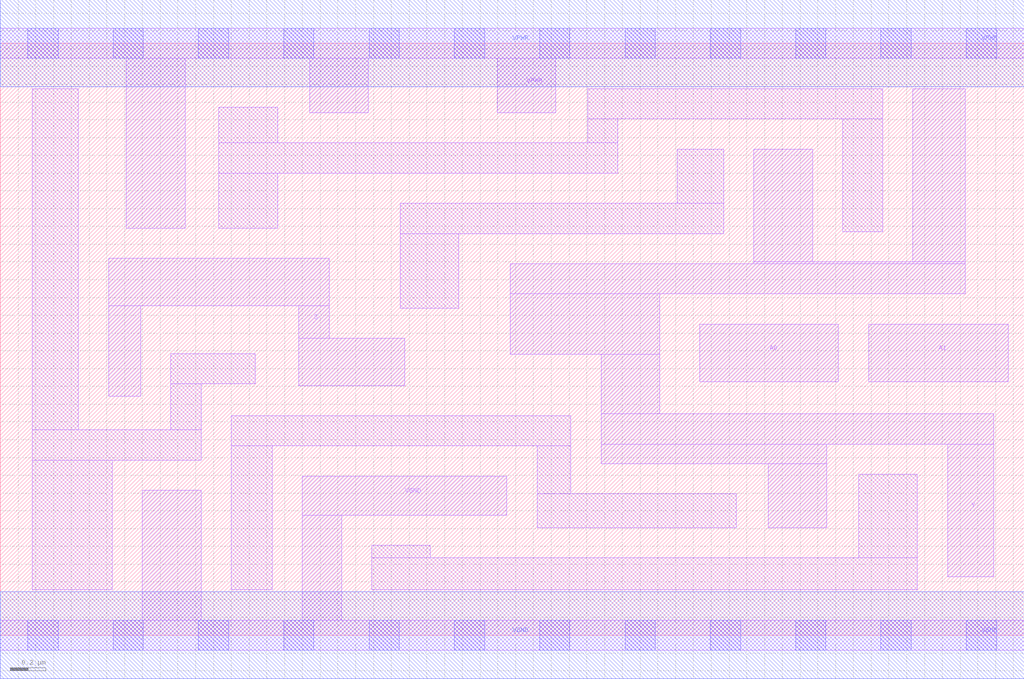
<source format=lef>
# Copyright 2020 The SkyWater PDK Authors
#
# Licensed under the Apache License, Version 2.0 (the "License");
# you may not use this file except in compliance with the License.
# You may obtain a copy of the License at
#
#     https://www.apache.org/licenses/LICENSE-2.0
#
# Unless required by applicable law or agreed to in writing, software
# distributed under the License is distributed on an "AS IS" BASIS,
# WITHOUT WARRANTIES OR CONDITIONS OF ANY KIND, either express or implied.
# See the License for the specific language governing permissions and
# limitations under the License.
#
# SPDX-License-Identifier: Apache-2.0

VERSION 5.7 ;
  NAMESCASESENSITIVE ON ;
  NOWIREEXTENSIONATPIN ON ;
  DIVIDERCHAR "/" ;
  BUSBITCHARS "[]" ;
UNITS
  DATABASE MICRONS 200 ;
END UNITS
MACRO sky130_fd_sc_lp__mux2i_2
  CLASS CORE ;
  SOURCE USER ;
  FOREIGN sky130_fd_sc_lp__mux2i_2 ;
  ORIGIN  0.000000  0.000000 ;
  SIZE  5.760000 BY  3.330000 ;
  SYMMETRY X Y R90 ;
  SITE unit ;
  PIN A0
    ANTENNAGATEAREA  0.630000 ;
    DIRECTION INPUT ;
    USE SIGNAL ;
    PORT
      LAYER li1 ;
        RECT 3.935000 1.425000 4.715000 1.750000 ;
    END
  END A0
  PIN A1
    ANTENNAGATEAREA  0.630000 ;
    DIRECTION INPUT ;
    USE SIGNAL ;
    PORT
      LAYER li1 ;
        RECT 4.885000 1.425000 5.670000 1.750000 ;
    END
  END A1
  PIN S
    ANTENNAGATEAREA  0.945000 ;
    DIRECTION INPUT ;
    USE SIGNAL ;
    PORT
      LAYER li1 ;
        RECT 0.610000 1.345000 0.790000 1.855000 ;
        RECT 0.610000 1.855000 1.850000 2.120000 ;
        RECT 1.680000 1.405000 2.275000 1.670000 ;
        RECT 1.680000 1.670000 1.850000 1.855000 ;
    END
  END S
  PIN Y
    ANTENNADIFFAREA  1.785000 ;
    DIRECTION OUTPUT ;
    USE SIGNAL ;
    PORT
      LAYER li1 ;
        RECT 2.870000 1.580000 3.710000 1.920000 ;
        RECT 2.870000 1.920000 5.430000 2.090000 ;
        RECT 3.380000 0.965000 4.650000 1.075000 ;
        RECT 3.380000 1.075000 5.590000 1.245000 ;
        RECT 3.380000 1.245000 3.710000 1.580000 ;
        RECT 4.240000 2.090000 5.430000 2.100000 ;
        RECT 4.240000 2.100000 4.570000 2.735000 ;
        RECT 4.320000 0.605000 4.650000 0.965000 ;
        RECT 5.135000 2.100000 5.430000 3.075000 ;
        RECT 5.330000 0.330000 5.590000 1.075000 ;
    END
  END Y
  PIN VGND
    DIRECTION INOUT ;
    USE GROUND ;
    PORT
      LAYER li1 ;
        RECT 0.000000 -0.085000 5.760000 0.085000 ;
        RECT 0.800000  0.085000 1.130000 0.815000 ;
        RECT 1.700000  0.085000 1.920000 0.675000 ;
        RECT 1.700000  0.675000 2.850000 0.895000 ;
      LAYER mcon ;
        RECT 0.155000 -0.085000 0.325000 0.085000 ;
        RECT 0.635000 -0.085000 0.805000 0.085000 ;
        RECT 1.115000 -0.085000 1.285000 0.085000 ;
        RECT 1.595000 -0.085000 1.765000 0.085000 ;
        RECT 2.075000 -0.085000 2.245000 0.085000 ;
        RECT 2.555000 -0.085000 2.725000 0.085000 ;
        RECT 3.035000 -0.085000 3.205000 0.085000 ;
        RECT 3.515000 -0.085000 3.685000 0.085000 ;
        RECT 3.995000 -0.085000 4.165000 0.085000 ;
        RECT 4.475000 -0.085000 4.645000 0.085000 ;
        RECT 4.955000 -0.085000 5.125000 0.085000 ;
        RECT 5.435000 -0.085000 5.605000 0.085000 ;
      LAYER met1 ;
        RECT 0.000000 -0.245000 5.760000 0.245000 ;
    END
  END VGND
  PIN VPWR
    DIRECTION INOUT ;
    USE POWER ;
    PORT
      LAYER li1 ;
        RECT 0.000000 3.245000 5.760000 3.415000 ;
        RECT 0.710000 2.290000 1.040000 3.245000 ;
        RECT 1.740000 2.940000 2.070000 3.245000 ;
        RECT 2.795000 2.940000 3.125000 3.245000 ;
      LAYER mcon ;
        RECT 0.155000 3.245000 0.325000 3.415000 ;
        RECT 0.635000 3.245000 0.805000 3.415000 ;
        RECT 1.115000 3.245000 1.285000 3.415000 ;
        RECT 1.595000 3.245000 1.765000 3.415000 ;
        RECT 2.075000 3.245000 2.245000 3.415000 ;
        RECT 2.555000 3.245000 2.725000 3.415000 ;
        RECT 3.035000 3.245000 3.205000 3.415000 ;
        RECT 3.515000 3.245000 3.685000 3.415000 ;
        RECT 3.995000 3.245000 4.165000 3.415000 ;
        RECT 4.475000 3.245000 4.645000 3.415000 ;
        RECT 4.955000 3.245000 5.125000 3.415000 ;
        RECT 5.435000 3.245000 5.605000 3.415000 ;
      LAYER met1 ;
        RECT 0.000000 3.085000 5.760000 3.575000 ;
    END
  END VPWR
  OBS
    LAYER li1 ;
      RECT 0.180000 0.255000 0.630000 0.985000 ;
      RECT 0.180000 0.985000 1.130000 1.155000 ;
      RECT 0.180000 1.155000 0.440000 3.075000 ;
      RECT 0.960000 1.155000 1.130000 1.415000 ;
      RECT 0.960000 1.415000 1.435000 1.585000 ;
      RECT 1.230000 2.290000 1.560000 2.600000 ;
      RECT 1.230000 2.600000 3.475000 2.770000 ;
      RECT 1.230000 2.770000 1.560000 2.970000 ;
      RECT 1.300000 0.255000 1.530000 1.065000 ;
      RECT 1.300000 1.065000 3.210000 1.235000 ;
      RECT 2.090000 0.255000 5.160000 0.435000 ;
      RECT 2.090000 0.435000 2.420000 0.505000 ;
      RECT 2.250000 1.840000 2.580000 2.260000 ;
      RECT 2.250000 2.260000 4.070000 2.430000 ;
      RECT 3.020000 0.605000 4.140000 0.795000 ;
      RECT 3.020000 0.795000 3.210000 1.065000 ;
      RECT 3.305000 2.770000 3.475000 2.905000 ;
      RECT 3.305000 2.905000 4.965000 3.075000 ;
      RECT 3.810000 2.430000 4.070000 2.735000 ;
      RECT 4.740000 2.270000 4.965000 2.905000 ;
      RECT 4.830000 0.435000 5.160000 0.905000 ;
  END
END sky130_fd_sc_lp__mux2i_2

</source>
